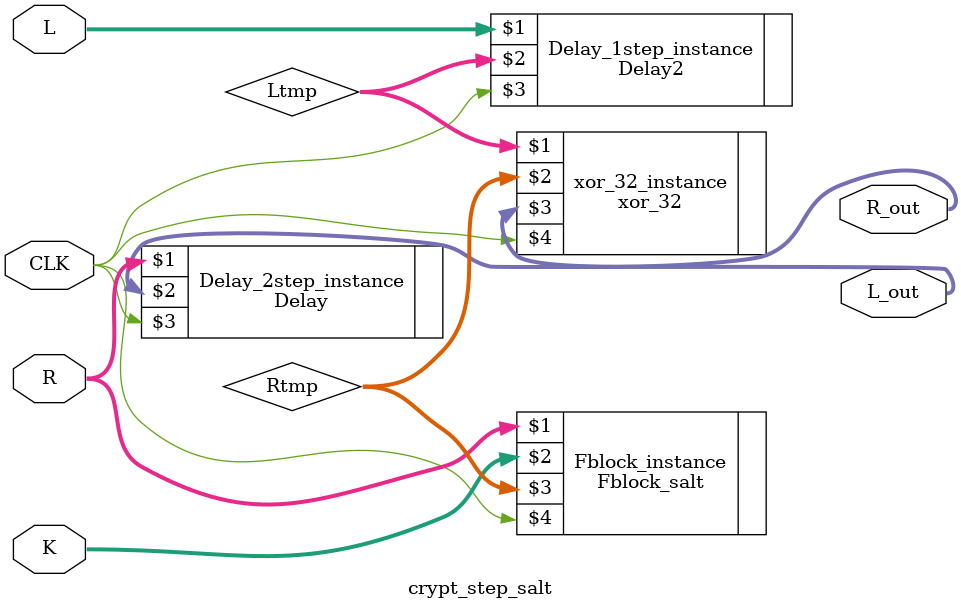
<source format=v>
`timescale 1ns / 1ps


module crypt_step_salt(
    input [31:0] L,
    input [31:0] R,
    input [59:0] K,
    input CLK,
    output [31:0] L_out,
    output [31:0] R_out
    );

wire [31:0]tmp_out;
wire [31:0]Ltmp;
wire [31:0]Rtmp;


Fblock_salt	Fblock_instance(R, K, Rtmp, CLK);
Delay2	Delay_1step_instance(L, Ltmp, CLK);
Delay		Delay_2step_instance(R, L_out, CLK);
xor_32	xor_32_instance(Ltmp, Rtmp, R_out, CLK);
 

endmodule

</source>
